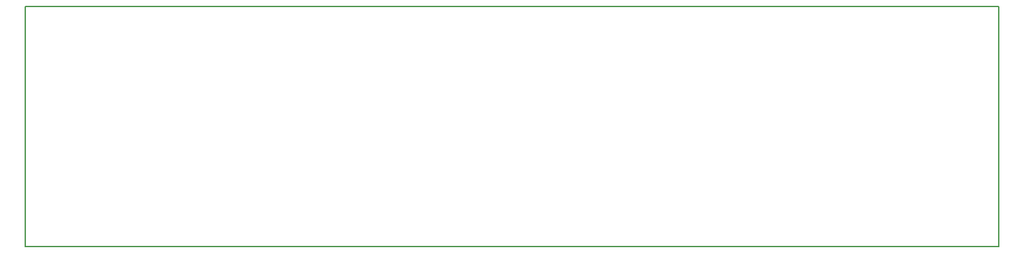
<source format=gbr>
%TF.GenerationSoftware,KiCad,Pcbnew,(5.1.9)-1*%
%TF.CreationDate,2020-12-28T18:37:18+08:00*%
%TF.ProjectId,kaika_clock_main,6b61696b-615f-4636-9c6f-636b5f6d6169,rev?*%
%TF.SameCoordinates,Original*%
%TF.FileFunction,Other,User*%
%FSLAX46Y46*%
G04 Gerber Fmt 4.6, Leading zero omitted, Abs format (unit mm)*
G04 Created by KiCad (PCBNEW (5.1.9)-1) date 2020-12-28 18:37:18*
%MOMM*%
%LPD*%
G01*
G04 APERTURE LIST*
%ADD10C,0.150000*%
G04 APERTURE END LIST*
D10*
X100300000Y-100300000D02*
X100300000Y-131700000D01*
X227700000Y-100300000D02*
X227700000Y-131700000D01*
X100300000Y-131700000D02*
X227700000Y-131700000D01*
X100300000Y-100300000D02*
X227700000Y-100300000D01*
M02*

</source>
